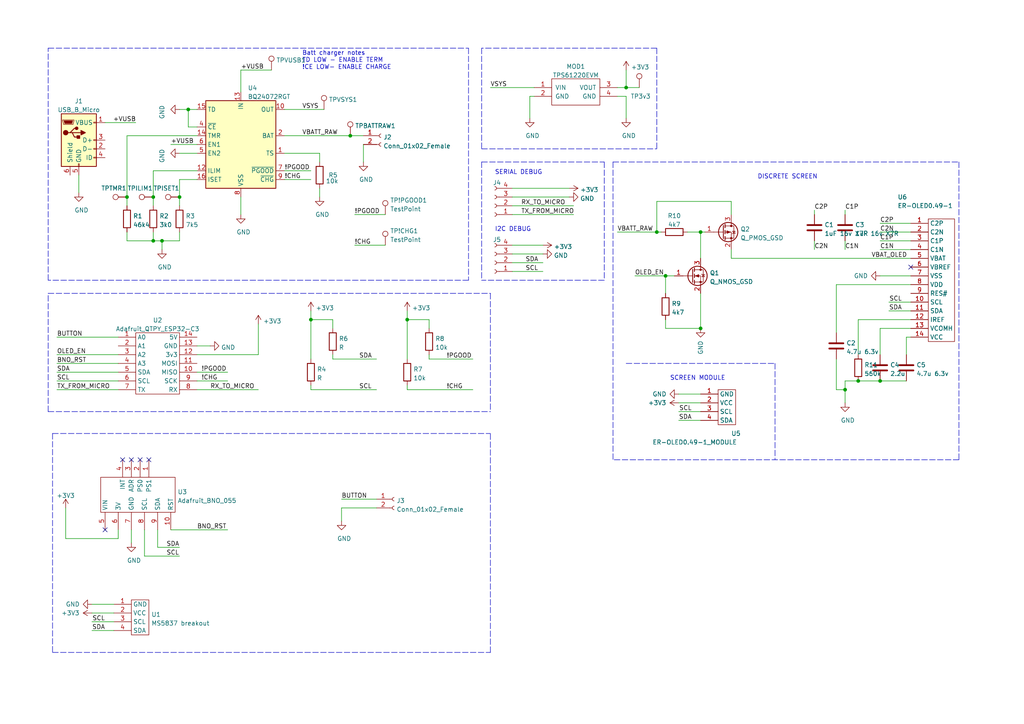
<source format=kicad_sch>
(kicad_sch (version 20211123) (generator eeschema)
  (paper "A4")
  (lib_symbols
    (symbol "Battery_Management:BQ24072RGT"
      (property "Reference" "U" (at -8.89 13.97 0))
      (property "Value" "BQ24072RGT" (at 16.51 13.97 0))
      (symbol "BQ24072RGT_0_1"
        (rectangle (start -10.16 12.7) (end 10.16 -12.7) (stroke (width 0.254)) (fill (type background)))
      )
      (symbol "BQ24072RGT_1_1"
        (pin passive line (at 12.7 -2.54 180) (length 2.54) (name "TS") (number "1"))
        (pin power_out line (at 12.7 10.16 180) (length 2.54) (name "OUT") (number "10"))
        (pin passive line (at 12.7 10.16 180) (length 2.54) hide (name "OUT") (number "11"))
        (pin passive line (at -12.7 -7.62 0) (length 2.54) (name "ILIM") (number "12"))
        (pin power_in line (at 0 15.24 270) (length 2.54) (name "IN") (number "13"))
        (pin input line (at -12.7 2.54 0) (length 2.54) (name "TMR") (number "14"))
        (pin input line (at -12.7 10.16 0) (length 2.54) (name "TD") (number "15"))
        (pin passive line (at -12.7 -10.16 0) (length 2.54) (name "ISET") (number "16"))
        (pin passive line (at 0 -15.24 90) (length 2.54) hide (name "VSS") (number "17"))
        (pin power_out line (at 12.7 2.54 180) (length 2.54) (name "BAT") (number "2"))
        (pin passive line (at 12.7 2.54 180) (length 2.54) hide (name "BAT") (number "3"))
        (pin input line (at -12.7 5.08 0) (length 2.54) (name "~{CE}") (number "4"))
        (pin input line (at -12.7 -2.54 0) (length 2.54) (name "EN2") (number "5"))
        (pin input line (at -12.7 0 0) (length 2.54) (name "EN1") (number "6"))
        (pin open_collector line (at 12.7 -7.62 180) (length 2.54) (name "~{PGOOD}") (number "7"))
        (pin power_in line (at 0 -15.24 90) (length 2.54) (name "VSS") (number "8"))
        (pin open_collector line (at 12.7 -10.16 180) (length 2.54) (name "~{CHG}") (number "9"))
      )
    )
    (symbol "Connector:Conn_01x02_Female" (pin_names (offset 1.016) hide)
      (property "Reference" "J" (at 0 2.54 0))
      (property "Value" "Conn_01x02_Female" (at 0 -5.08 0))
      (symbol "Conn_01x02_Female_1_1"
        (arc (start 0 -2.032) (mid -0.508 -2.54) (end 0 -3.048) (stroke (width 0.1524)))
        (polyline (pts (xy -1.27 -2.54) (xy -0.508 -2.54)) (stroke (width 0.1524)))
        (polyline (pts (xy -1.27 0) (xy -0.508 0)) (stroke (width 0.1524)))
        (arc (start 0 0.508) (mid -0.508 0) (end 0 -0.508) (stroke (width 0.1524)))
        (pin passive line (at -5.08 0 0) (length 3.81) (name "Pin_1") (number "1"))
        (pin passive line (at -5.08 -2.54 0) (length 3.81) (name "Pin_2") (number "2"))
      )
    )
    (symbol "Connector:Conn_01x04_Female" (pin_names (offset 1.016) hide)
      (property "Reference" "J" (at 0 5.08 0))
      (property "Value" "Conn_01x04_Female" (at 0 -7.62 0))
      (symbol "Conn_01x04_Female_1_1"
        (arc (start 0 -4.572) (mid -0.508 -5.08) (end 0 -5.588) (stroke (width 0.1524)))
        (arc (start 0 -2.032) (mid -0.508 -2.54) (end 0 -3.048) (stroke (width 0.1524)))
        (polyline (pts (xy -1.27 -5.08) (xy -0.508 -5.08)) (stroke (width 0.1524)))
        (polyline (pts (xy -1.27 -2.54) (xy -0.508 -2.54)) (stroke (width 0.1524)))
        (polyline (pts (xy -1.27 0) (xy -0.508 0)) (stroke (width 0.1524)))
        (polyline (pts (xy -1.27 2.54) (xy -0.508 2.54)) (stroke (width 0.1524)))
        (arc (start 0 0.508) (mid -0.508 0) (end 0 -0.508) (stroke (width 0.1524)))
        (arc (start 0 3.048) (mid -0.508 2.54) (end 0 2.032) (stroke (width 0.1524)))
        (pin passive line (at -5.08 2.54 0) (length 3.81) (name "Pin_1") (number "1"))
        (pin passive line (at -5.08 0 0) (length 3.81) (name "Pin_2") (number "2"))
        (pin passive line (at -5.08 -2.54 0) (length 3.81) (name "Pin_3") (number "3"))
        (pin passive line (at -5.08 -5.08 0) (length 3.81) (name "Pin_4") (number "4"))
      )
    )
    (symbol "Connector:TestPoint" (pin_numbers hide) (pin_names (offset 0.762) hide)
      (property "Reference" "TP" (at 0 6.858 0))
      (property "Value" "TestPoint" (at 0 5.08 0))
      (symbol "TestPoint_0_1"
        (circle (center 0 3.302) (radius 0.762))
      )
      (symbol "TestPoint_1_1"
        (pin passive line (at 0 0 90) (length 2.54) (name "1") (number "1"))
      )
    )
    (symbol "Connector:USB_B_Micro" (pin_names (offset 1.016))
      (property "Reference" "J" (at -5.08 11.43 0))
      (property "Value" "USB_B_Micro" (at -5.08 8.89 0))
      (symbol "USB_B_Micro_0_1"
        (rectangle (start -5.08 -7.62) (end 5.08 7.62) (stroke (width 0.254)) (fill (type background)))
        (circle (center -3.81 2.159) (radius 0.635) (stroke (width 0.254)) (fill (type outline)))
        (circle (center -0.635 3.429) (radius 0.381) (stroke (width 0.254)) (fill (type outline)))
        (rectangle (start -0.127 -7.62) (end 0.127 -6.858))
        (polyline (pts (xy -1.905 2.159) (xy 0.635 2.159)) (stroke (width 0.254)))
        (polyline (pts (xy -3.175 2.159) (xy -2.54 2.159) (xy -1.27 3.429) (xy -0.635 3.429)) (stroke (width 0.254)))
        (polyline (pts (xy -2.54 2.159) (xy -1.905 2.159) (xy -1.27 0.889) (xy 0 0.889)) (stroke (width 0.254)))
        (polyline (pts (xy 0.635 2.794) (xy 0.635 1.524) (xy 1.905 2.159) (xy 0.635 2.794)) (stroke (width 0.254)) (fill (type outline)))
        (polyline (pts (xy -4.318 5.588) (xy -1.778 5.588) (xy -2.032 4.826) (xy -4.064 4.826) (xy -4.318 5.588)) (fill (type outline)))
        (polyline (pts (xy -4.699 5.842) (xy -4.699 5.588) (xy -4.445 4.826) (xy -4.445 4.572) (xy -1.651 4.572) (xy -1.651 4.826) (xy -1.397 5.588) (xy -1.397 5.842) (xy -4.699 5.842)))
        (rectangle (start 0.254 1.27) (end -0.508 0.508) (stroke (width 0.254)) (fill (type outline)))
        (rectangle (start 5.08 -5.207) (end 4.318 -4.953))
        (rectangle (start 5.08 -2.667) (end 4.318 -2.413))
        (rectangle (start 5.08 -0.127) (end 4.318 0.127))
        (rectangle (start 5.08 4.953) (end 4.318 5.207))
      )
      (symbol "USB_B_Micro_1_1"
        (pin power_out line (at 7.62 5.08 180) (length 2.54) (name "VBUS") (number "1"))
        (pin bidirectional line (at 7.62 -2.54 180) (length 2.54) (name "D-") (number "2"))
        (pin bidirectional line (at 7.62 0 180) (length 2.54) (name "D+") (number "3"))
        (pin passive line (at 7.62 -5.08 180) (length 2.54) (name "ID") (number "4"))
        (pin power_out line (at 0 -10.16 90) (length 2.54) (name "GND") (number "5"))
        (pin passive line (at -2.54 -10.16 90) (length 2.54) (name "Shield") (number "6"))
      )
    )
    (symbol "DevBoards:Adafruit_BNO_055"
      (property "Reference" "U" (at -7.62 3.81 0))
      (property "Value" "Adafruit_BNO_055" (at 0 6.35 0))
      (symbol "Adafruit_BNO_055_0_0"
        (pin unspecified line (at -8.89 -5.08 270) (length 5.08) (name "PS1") (number "1"))
        (pin unspecified line (at -2.54 -25.4 90) (length 5.08) (name "RST") (number "10"))
        (pin unspecified line (at -11.43 -5.08 270) (length 5.08) (name "PS0") (number "2"))
        (pin unspecified line (at -13.97 -5.08 270) (length 5.08) (name "ADR") (number "3"))
        (pin unspecified line (at -16.51 -5.08 270) (length 5.08) (name "INT") (number "4"))
        (pin unspecified line (at -21.59 -25.4 90) (length 5.08) (name "VIN") (number "5"))
        (pin unspecified line (at -17.78 -25.4 90) (length 5.08) (name "3V") (number "6"))
        (pin unspecified line (at -13.97 -25.4 90) (length 5.08) (name "GND") (number "7"))
        (pin unspecified line (at -10.16 -25.4 90) (length 5.08) (name "SCL") (number "8"))
        (pin unspecified line (at -6.35 -25.4 90) (length 5.08) (name "SDA") (number "9"))
      )
      (symbol "Adafruit_BNO_055_0_1"
        (rectangle (start -22.86 -10.16) (end -1.27 -20.32) (stroke (width 0.1524)))
      )
    )
    (symbol "DevBoards:Adafruit_QTPY_ESP32-C3"
      (property "Reference" "U" (at -11.43 3.81 0))
      (property "Value" "Adafruit_QTPY_ESP32-C3" (at 0 6.35 0))
      (symbol "Adafruit_QTPY_ESP32-C3_0_0"
        (pin unspecified line (at -11.43 0 0) (length 5.08) (name "A0") (number "1"))
        (pin unspecified line (at 11.43 -10.16 180) (length 5.08) (name "MISO") (number "10"))
        (pin unspecified line (at 11.43 -7.62 180) (length 5.08) (name "MOSI") (number "11"))
        (pin unspecified line (at 11.43 -5.08 180) (length 5.08) (name "3v3") (number "12"))
        (pin unspecified line (at 11.43 -2.54 180) (length 5.08) (name "GND") (number "13"))
        (pin unspecified line (at 11.43 0 180) (length 5.08) (name "5V") (number "14"))
        (pin unspecified line (at -11.43 -2.54 0) (length 5.08) (name "A1") (number "2"))
        (pin unspecified line (at -11.43 -5.08 0) (length 5.08) (name "A2") (number "3"))
        (pin unspecified line (at -11.43 -7.62 0) (length 5.08) (name "A3") (number "4"))
        (pin unspecified line (at -11.43 -10.16 0) (length 5.08) (name "SDA") (number "5"))
        (pin unspecified line (at -11.43 -12.7 0) (length 5.08) (name "SCL") (number "6"))
        (pin unspecified line (at -11.43 -15.24 0) (length 5.08) (name "TX") (number "7"))
        (pin unspecified line (at 11.43 -15.24 180) (length 5.08) (name "RX") (number "8"))
        (pin unspecified line (at 11.43 -12.7 180) (length 5.08) (name "SCK") (number "9"))
      )
      (symbol "Adafruit_QTPY_ESP32-C3_0_1"
        (rectangle (start -6.35 1.27) (end 6.35 -16.51) (stroke (width 0.1524)))
      )
    )
    (symbol "DevBoards:ER-OLED0.49-1_MODULE"
      (property "Reference" "U" (at -11.43 3.175 0))
      (property "Value" "ER-OLED0.49-1_MODULE" (at 0 5.08 0))
      (symbol "ER-OLED0.49-1_MODULE_0_0"
        (pin unspecified line (at -3.81 -10.16 90) (length 5.08) (name "GND") (number "1"))
        (pin unspecified line (at -1.27 -10.16 90) (length 5.08) (name "VCC") (number "2"))
        (pin unspecified line (at 1.27 -10.16 90) (length 5.08) (name "SCL") (number "3"))
        (pin unspecified line (at 3.81 -10.16 90) (length 5.08) (name "SDA") (number "4"))
      )
      (symbol "ER-OLED0.49-1_MODULE_0_1"
        (rectangle (start -5.08 0) (end 5.08 -5.08) (stroke (width 0.1524)))
      )
    )
    (symbol "DevBoards:MS5837 breakout"
      (property "Reference" "U" (at -7.62 3.175 0))
      (property "Value" "MS5837 breakout" (at 0 5.08 0))
      (symbol "MS5837 breakout_0_0"
        (pin unspecified line (at -3.81 -10.16 90) (length 5.08) (name "GND") (number "1"))
        (pin unspecified line (at -1.27 -10.16 90) (length 5.08) (name "VCC") (number "2"))
        (pin unspecified line (at 1.27 -10.16 90) (length 5.08) (name "SCL") (number "3"))
        (pin unspecified line (at 3.81 -10.16 90) (length 5.08) (name "SDA") (number "4"))
      )
      (symbol "MS5837 breakout_0_1"
        (rectangle (start -5.08 0) (end 5.08 -5.08) (stroke (width 0.1524)))
      )
    )
    (symbol "Device:C" (pin_numbers hide) (pin_names (offset 0.254))
      (property "Reference" "C" (at 0.635 2.54 0))
      (property "Value" "C" (at 0.635 -2.54 0))
      (symbol "C_0_1"
        (polyline (pts (xy -2.032 -0.762) (xy 2.032 -0.762)) (stroke (width 0.508)))
        (polyline (pts (xy -2.032 0.762) (xy 2.032 0.762)) (stroke (width 0.508)))
      )
      (symbol "C_1_1"
        (pin passive line (at 0 3.81 270) (length 2.794) (name "~") (number "1"))
        (pin passive line (at 0 -3.81 90) (length 2.794) (name "~") (number "2"))
      )
    )
    (symbol "Device:Q_NMOS_GSD" (pin_names (offset 0) hide)
      (property "Reference" "Q" (at 5.08 1.27 0))
      (property "Value" "Q_NMOS_GSD" (at 5.08 -1.27 0))
      (symbol "Q_NMOS_GSD_0_1"
        (polyline (pts (xy 0.254 0) (xy -2.54 0)))
        (polyline (pts (xy 0.254 1.905) (xy 0.254 -1.905)) (stroke (width 0.254)))
        (polyline (pts (xy 0.762 -1.27) (xy 0.762 -2.286)) (stroke (width 0.254)))
        (polyline (pts (xy 0.762 0.508) (xy 0.762 -0.508)) (stroke (width 0.254)))
        (polyline (pts (xy 0.762 2.286) (xy 0.762 1.27)) (stroke (width 0.254)))
        (polyline (pts (xy 2.54 2.54) (xy 2.54 1.778)))
        (polyline (pts (xy 2.54 -2.54) (xy 2.54 0) (xy 0.762 0)))
        (polyline (pts (xy 0.762 -1.778) (xy 3.302 -1.778) (xy 3.302 1.778) (xy 0.762 1.778)))
        (polyline (pts (xy 1.016 0) (xy 2.032 0.381) (xy 2.032 -0.381) (xy 1.016 0)) (fill (type outline)))
        (polyline (pts (xy 2.794 0.508) (xy 2.921 0.381) (xy 3.683 0.381) (xy 3.81 0.254)))
        (polyline (pts (xy 3.302 0.381) (xy 2.921 -0.254) (xy 3.683 -0.254) (xy 3.302 0.381)))
        (circle (center 1.651 0) (radius 2.794) (stroke (width 0.254)))
        (circle (center 2.54 -1.778) (radius 0.254) (fill (type outline)))
        (circle (center 2.54 1.778) (radius 0.254) (fill (type outline)))
      )
      (symbol "Q_NMOS_GSD_1_1"
        (pin input line (at -5.08 0 0) (length 2.54) (name "G") (number "1"))
        (pin passive line (at 2.54 -5.08 90) (length 2.54) (name "S") (number "2"))
        (pin passive line (at 2.54 5.08 270) (length 2.54) (name "D") (number "3"))
      )
    )
    (symbol "Device:Q_PMOS_GSD" (pin_names (offset 0) hide)
      (property "Reference" "Q" (at 5.08 1.27 0))
      (property "Value" "Q_PMOS_GSD" (at 5.08 -1.27 0))
      (symbol "Q_PMOS_GSD_0_1"
        (polyline (pts (xy 0.254 0) (xy -2.54 0)))
        (polyline (pts (xy 0.254 1.905) (xy 0.254 -1.905)) (stroke (width 0.254)))
        (polyline (pts (xy 0.762 -1.27) (xy 0.762 -2.286)) (stroke (width 0.254)))
        (polyline (pts (xy 0.762 0.508) (xy 0.762 -0.508)) (stroke (width 0.254)))
        (polyline (pts (xy 0.762 2.286) (xy 0.762 1.27)) (stroke (width 0.254)))
        (polyline (pts (xy 2.54 2.54) (xy 2.54 1.778)))
        (polyline (pts (xy 2.54 -2.54) (xy 2.54 0) (xy 0.762 0)))
        (polyline (pts (xy 0.762 1.778) (xy 3.302 1.778) (xy 3.302 -1.778) (xy 0.762 -1.778)))
        (polyline (pts (xy 2.286 0) (xy 1.27 0.381) (xy 1.27 -0.381) (xy 2.286 0)) (fill (type outline)))
        (polyline (pts (xy 2.794 -0.508) (xy 2.921 -0.381) (xy 3.683 -0.381) (xy 3.81 -0.254)))
        (polyline (pts (xy 3.302 -0.381) (xy 2.921 0.254) (xy 3.683 0.254) (xy 3.302 -0.381)))
        (circle (center 1.651 0) (radius 2.794) (stroke (width 0.254)))
        (circle (center 2.54 -1.778) (radius 0.254) (fill (type outline)))
        (circle (center 2.54 1.778) (radius 0.254) (fill (type outline)))
      )
      (symbol "Q_PMOS_GSD_1_1"
        (pin input line (at -5.08 0 0) (length 2.54) (name "G") (number "1"))
        (pin passive line (at 2.54 -5.08 90) (length 2.54) (name "S") (number "2"))
        (pin passive line (at 2.54 5.08 270) (length 2.54) (name "D") (number "3"))
      )
    )
    (symbol "Device:R" (pin_numbers hide) (pin_names (offset 0))
      (property "Reference" "R" (at 2.032 0 90))
      (property "Value" "R" (at 0 0 90))
      (symbol "R_0_1"
        (rectangle (start -1.016 -2.54) (end 1.016 2.54) (stroke (width 0.254)))
      )
      (symbol "R_1_1"
        (pin passive line (at 0 3.81 270) (length 1.27) (name "~") (number "1"))
        (pin passive line (at 0 -3.81 90) (length 1.27) (name "~") (number "2"))
      )
    )
    (symbol "Displays:ER-OLED0.49-1"
      (property "Reference" "U" (at 0 3.81 0))
      (property "Value" "ER-OLED0.49-1" (at 0 6.35 0))
      (symbol "ER-OLED0.49-1_0_0"
        (pin unspecified line (at -4.445 0 0) (length 5.08) (name "C2P") (number "1"))
        (pin unspecified line (at -4.445 -22.86 0) (length 5.08) (name "SCL") (number "10"))
        (pin unspecified line (at -4.445 -25.4 0) (length 5.08) (name "SDA") (number "11"))
        (pin unspecified line (at -4.445 -27.94 0) (length 5.08) (name "IREF") (number "12"))
        (pin unspecified line (at -4.445 -30.48 0) (length 5.08) (name "VCOMH") (number "13"))
        (pin unspecified line (at -4.445 -33.02 0) (length 5.08) (name "VCC") (number "14"))
        (pin unspecified line (at -4.445 -2.54 0) (length 5.08) (name "C2N") (number "2"))
        (pin unspecified line (at -4.445 -5.08 0) (length 5.08) (name "C1P") (number "3"))
        (pin unspecified line (at -4.445 -7.62 0) (length 5.08) (name "C1N") (number "4"))
        (pin unspecified line (at -4.445 -10.16 0) (length 5.08) (name "VBAT") (number "5"))
        (pin unspecified line (at -4.445 -12.7 0) (length 5.08) (name "VBREF") (number "6"))
        (pin unspecified line (at -4.445 -15.24 0) (length 5.08) (name "VSS") (number "7"))
        (pin unspecified line (at -4.445 -17.78 0) (length 5.08) (name "VDD") (number "8"))
        (pin unspecified line (at -4.445 -20.32 0) (length 5.08) (name "RES#") (number "9"))
      )
      (symbol "ER-OLED0.49-1_0_1"
        (rectangle (start 0.635 1.27) (end 8.255 -34.29) (stroke (width 0.1524)))
      )
    )
    (symbol "PO2lib:TPS61220EVM" (pin_names (offset 1.016))
      (property "Reference" "MOD" (at -6.35 5.08 0))
      (property "Value" "TPS61220EVM" (at -1.27 7.62 0))
      (symbol "TPS61220EVM_0_1"
        (rectangle (start -7.62 3.81) (end 6.35 -3.81))
      )
      (symbol "TPS61220EVM_1_1"
        (pin input line (at -12.7 1.27 0) (length 5.08) (name "VIN") (number "1"))
        (pin input line (at -12.7 -1.27 0) (length 5.08) (name "GND") (number "2"))
        (pin input line (at 11.43 1.27 180) (length 5.08) (name "VOUT") (number "3"))
        (pin input line (at 11.43 -1.27 180) (length 5.08) (name "GND") (number "4"))
      )
    )
    (symbol "power:+3V3" (power) (pin_names (offset 0))
      (property "Value" "+3V3" (at 0 3.556 0))
      (symbol "+3V3_0_1"
        (polyline (pts (xy -0.762 1.27) (xy 0 2.54)))
        (polyline (pts (xy 0 0) (xy 0 2.54)))
        (polyline (pts (xy 0 2.54) (xy 0.762 1.27)))
      )
      (symbol "+3V3_1_1"
        (pin power_in line (at 0 0 90) (length 0) hide (name "+3V3") (number "1"))
      )
    )
    (symbol "power:GND" (power) (pin_names (offset 0))
      (property "Value" "GND" (at 0 -3.81 0))
      (symbol "GND_0_1"
        (polyline (pts (xy 0 0) (xy 0 -1.27) (xy 1.27 -1.27) (xy 0 -2.54) (xy -1.27 -1.27) (xy 0 -1.27)))
      )
      (symbol "GND_1_1"
        (pin power_in line (at 0 0 270) (length 0) hide (name "GND") (number "1"))
      )
    )
  )
  (junction (at 245.11 113.03))
  (junction (at 44.45 69.85))
  (junction (at 118.11 92.71))
  (junction (at 52.07 57.15))
  (junction (at 190.5 67.31))
  (junction (at 54.61 31.75))
  (junction (at 193.04 80.01))
  (junction (at 203.2 67.31))
  (junction (at 181.61 25.4))
  (junction (at 44.45 57.15))
  (junction (at 101.6 39.37))
  (junction (at 203.2 95.25))
  (junction (at 90.17 92.71))
  (junction (at 46.99 69.85))
  (junction (at 36.83 57.15))
  (junction (at 248.92 110.49))
  (junction (at 255.27 110.49))
  (no_connect (at 264.16 77.47))
  (no_connect (at 38.1 133.35))
  (no_connect (at 40.64 133.35))
  (no_connect (at 43.18 133.35))
  (no_connect (at 35.56 133.35))
  (no_connect (at 30.48 153.67))
  (wire (pts (xy 36.83 69.85) (xy 44.45 69.85)))
  (polyline (pts (xy 135.89 13.97) (xy 135.89 81.28)))
  (polyline (pts (xy 278.13 46.99) (xy 278.13 133.35)))
  (wire (pts (xy 96.52 92.71) (xy 96.52 95.25)))
  (wire (pts (xy 212.09 62.23) (xy 212.09 58.42)))
  (wire (pts (xy 148.59 78.74) (xy 157.48 78.74)))
  (wire (pts (xy 185.42 25.4) (xy 181.61 25.4)))
  (wire (pts (xy 44.45 59.69) (xy 44.45 57.15)))
  (wire (pts (xy 212.09 72.39) (xy 212.09 74.93)))
  (wire (pts (xy 242.57 104.14) (xy 242.57 113.03)))
  (wire (pts (xy 153.67 27.94) (xy 154.94 27.94)))
  (wire (pts (xy 153.67 34.29) (xy 153.67 27.94)))
  (wire (pts (xy 193.04 85.09) (xy 193.04 80.01)))
  (wire (pts (xy 148.59 54.61) (xy 165.1 54.61)))
  (wire (pts (xy 264.16 64.77) (xy 255.27 64.77)))
  (wire (pts (xy 57.15 100.33) (xy 60.96 100.33)))
  (wire (pts (xy 193.04 95.25) (xy 203.2 95.25)))
  (wire (pts (xy 90.17 113.03) (xy 90.17 111.76)))
  (polyline (pts (xy 139.7 46.99) (xy 139.7 81.28)))
  (polyline (pts (xy 181.61 105.41) (xy 224.79 105.41)))
  (wire (pts (xy 57.15 113.03) (xy 74.93 113.03)))
  (wire (pts (xy 248.92 92.71) (xy 264.16 92.71)))
  (polyline (pts (xy 278.13 133.35) (xy 177.8 133.35)))
  (polyline (pts (xy 177.8 46.99) (xy 177.8 133.35)))
  (wire (pts (xy 148.59 62.23) (xy 166.37 62.23)))
  (polyline (pts (xy 13.97 81.28) (xy 13.97 13.97)))
  (wire (pts (xy 54.61 36.83) (xy 54.61 31.75)))
  (wire (pts (xy 36.83 67.31) (xy 36.83 69.85)))
  (wire (pts (xy 49.53 153.67) (xy 66.04 153.67)))
  (wire (pts (xy 82.55 44.45) (xy 92.71 44.45)))
  (wire (pts (xy 248.92 110.49) (xy 255.27 110.49)))
  (polyline (pts (xy 142.24 85.09) (xy 142.24 119.38)))
  (wire (pts (xy 82.55 39.37) (xy 101.6 39.37)))
  (wire (pts (xy 118.11 92.71) (xy 118.11 104.14)))
  (wire (pts (xy 52.07 52.07) (xy 57.15 52.07)))
  (wire (pts (xy 69.85 62.23) (xy 69.85 57.15)))
  (wire (pts (xy 33.02 177.8) (xy 26.67 177.8)))
  (polyline (pts (xy 224.79 105.41) (xy 224.79 133.35)))
  (wire (pts (xy 124.46 102.87) (xy 124.46 104.14)))
  (wire (pts (xy 90.17 113.03) (xy 109.22 113.03)))
  (wire (pts (xy 212.09 58.42) (xy 190.5 58.42)))
  (wire (pts (xy 248.92 102.87) (xy 248.92 92.71)))
  (wire (pts (xy 92.71 44.45) (xy 92.71 46.99)))
  (polyline (pts (xy 175.26 46.99) (xy 175.26 81.28)))
  (wire (pts (xy 69.85 26.67) (xy 69.85 20.32)))
  (wire (pts (xy 19.05 147.32) (xy 19.05 156.21)))
  (wire (pts (xy 181.61 20.32) (xy 181.61 25.4)))
  (wire (pts (xy 99.06 147.32) (xy 109.22 147.32)))
  (wire (pts (xy 181.61 27.94) (xy 181.61 34.29)))
  (wire (pts (xy 245.11 62.23) (xy 245.11 60.96)))
  (wire (pts (xy 36.83 39.37) (xy 57.15 39.37)))
  (wire (pts (xy 90.17 92.71) (xy 96.52 92.71)))
  (wire (pts (xy 105.41 46.99) (xy 105.41 41.91)))
  (wire (pts (xy 203.2 67.31) (xy 204.47 67.31)))
  (wire (pts (xy 82.55 49.53) (xy 90.17 49.53)))
  (wire (pts (xy 124.46 92.71) (xy 124.46 95.25)))
  (polyline (pts (xy 139.7 13.97) (xy 139.7 43.18)))
  (wire (pts (xy 44.45 69.85) (xy 46.99 69.85)))
  (wire (pts (xy 255.27 95.25) (xy 255.27 102.87)))
  (wire (pts (xy 196.85 119.38) (xy 203.2 119.38)))
  (wire (pts (xy 26.67 175.26) (xy 33.02 175.26)))
  (polyline (pts (xy 190.5 13.97) (xy 139.7 13.97)))
  (wire (pts (xy 148.59 71.12) (xy 157.48 71.12)))
  (polyline (pts (xy 15.24 189.23) (xy 142.24 189.23)))
  (wire (pts (xy 36.83 39.37) (xy 36.83 57.15)))
  (wire (pts (xy 118.11 90.17) (xy 118.11 92.71)))
  (wire (pts (xy 41.91 161.29) (xy 52.07 161.29)))
  (wire (pts (xy 57.15 107.95) (xy 66.04 107.95)))
  (wire (pts (xy 118.11 113.03) (xy 137.16 113.03)))
  (wire (pts (xy 142.24 25.4) (xy 154.94 25.4)))
  (wire (pts (xy 157.48 73.66) (xy 148.59 73.66)))
  (wire (pts (xy 262.89 97.79) (xy 264.16 97.79)))
  (polyline (pts (xy 177.8 46.99) (xy 278.13 46.99)))
  (wire (pts (xy 90.17 52.07) (xy 82.55 52.07)))
  (wire (pts (xy 203.2 95.25) (xy 203.2 85.09)))
  (polyline (pts (xy 190.5 13.97) (xy 190.5 43.18)))
  (polyline (pts (xy 175.26 81.28) (xy 139.7 81.28)))
  (wire (pts (xy 190.5 67.31) (xy 191.77 67.31)))
  (wire (pts (xy 16.51 105.41) (xy 34.29 105.41)))
  (wire (pts (xy 101.6 39.37) (xy 105.41 39.37)))
  (polyline (pts (xy 15.24 125.73) (xy 15.24 189.23)))
  (wire (pts (xy 184.15 80.01) (xy 193.04 80.01)))
  (polyline (pts (xy 139.7 46.99) (xy 175.26 46.99)))
  (wire (pts (xy 16.51 107.95) (xy 34.29 107.95)))
  (wire (pts (xy 262.89 102.87) (xy 262.89 97.79)))
  (wire (pts (xy 118.11 113.03) (xy 118.11 111.76)))
  (wire (pts (xy 36.83 59.69) (xy 36.83 57.15)))
  (wire (pts (xy 52.07 57.15) (xy 52.07 52.07)))
  (wire (pts (xy 102.87 62.23) (xy 111.76 62.23)))
  (wire (pts (xy 236.22 60.96) (xy 236.22 62.23)))
  (wire (pts (xy 96.52 104.14) (xy 109.22 104.14)))
  (wire (pts (xy 46.99 72.39) (xy 46.99 69.85)))
  (wire (pts (xy 199.39 67.31) (xy 203.2 67.31)))
  (wire (pts (xy 99.06 151.13) (xy 99.06 147.32)))
  (wire (pts (xy 242.57 82.55) (xy 242.57 96.52)))
  (wire (pts (xy 52.07 69.85) (xy 52.07 67.31)))
  (wire (pts (xy 34.29 102.87) (xy 16.51 102.87)))
  (wire (pts (xy 203.2 116.84) (xy 196.85 116.84)))
  (wire (pts (xy 74.93 93.98) (xy 74.93 102.87)))
  (polyline (pts (xy 15.24 125.73) (xy 142.24 125.73)))
  (wire (pts (xy 45.72 158.75) (xy 52.07 158.75)))
  (wire (pts (xy 44.45 49.53) (xy 44.45 57.15)))
  (wire (pts (xy 203.2 74.93) (xy 203.2 67.31)))
  (wire (pts (xy 264.16 80.01) (xy 255.27 80.01)))
  (wire (pts (xy 99.06 144.78) (xy 109.22 144.78)))
  (wire (pts (xy 52.07 59.69) (xy 52.07 57.15)))
  (wire (pts (xy 264.16 69.85) (xy 255.27 69.85)))
  (wire (pts (xy 49.53 41.91) (xy 57.15 41.91)))
  (polyline (pts (xy 13.97 119.38) (xy 13.97 85.09)))
  (polyline (pts (xy 142.24 189.23) (xy 142.24 125.73)))
  (wire (pts (xy 45.72 153.67) (xy 45.72 158.75)))
  (wire (pts (xy 118.11 92.71) (xy 124.46 92.71)))
  (wire (pts (xy 92.71 57.15) (xy 92.71 54.61)))
  (wire (pts (xy 26.67 182.88) (xy 33.02 182.88)))
  (wire (pts (xy 82.55 31.75) (xy 93.98 31.75)))
  (wire (pts (xy 22.86 55.88) (xy 22.86 50.8)))
  (wire (pts (xy 255.27 110.49) (xy 262.89 110.49)))
  (polyline (pts (xy 135.89 81.28) (xy 13.97 81.28)))
  (wire (pts (xy 34.29 156.21) (xy 34.29 153.67)))
  (wire (pts (xy 264.16 95.25) (xy 255.27 95.25)))
  (wire (pts (xy 30.48 35.56) (xy 39.37 35.56)))
  (wire (pts (xy 245.11 113.03) (xy 245.11 110.49)))
  (wire (pts (xy 124.46 104.14) (xy 137.16 104.14)))
  (polyline (pts (xy 13.97 119.38) (xy 142.24 119.38)))
  (wire (pts (xy 26.67 180.34) (xy 33.02 180.34)))
  (wire (pts (xy 193.04 80.01) (xy 195.58 80.01)))
  (wire (pts (xy 52.07 31.75) (xy 54.61 31.75)))
  (wire (pts (xy 257.81 90.17) (xy 264.16 90.17)))
  (wire (pts (xy 38.1 157.48) (xy 38.1 153.67)))
  (wire (pts (xy 165.1 57.15) (xy 148.59 57.15)))
  (wire (pts (xy 148.59 59.69) (xy 166.37 59.69)))
  (wire (pts (xy 90.17 90.17) (xy 90.17 92.71)))
  (wire (pts (xy 196.85 121.92) (xy 203.2 121.92)))
  (wire (pts (xy 44.45 67.31) (xy 44.45 69.85)))
  (wire (pts (xy 242.57 113.03) (xy 245.11 113.03)))
  (wire (pts (xy 245.11 72.39) (xy 245.11 69.85)))
  (polyline (pts (xy 139.7 43.18) (xy 190.5 43.18)))
  (polyline (pts (xy 13.97 85.09) (xy 142.24 85.09)))
  (wire (pts (xy 148.59 76.2) (xy 157.48 76.2)))
  (wire (pts (xy 16.51 113.03) (xy 34.29 113.03)))
  (polyline (pts (xy 13.97 13.97) (xy 135.89 13.97)))
  (wire (pts (xy 245.11 116.84) (xy 245.11 113.03)))
  (wire (pts (xy 54.61 31.75) (xy 57.15 31.75)))
  (wire (pts (xy 179.07 67.31) (xy 190.5 67.31)))
  (wire (pts (xy 96.52 102.87) (xy 96.52 104.14)))
  (wire (pts (xy 264.16 82.55) (xy 242.57 82.55)))
  (wire (pts (xy 34.29 110.49) (xy 16.51 110.49)))
  (wire (pts (xy 245.11 110.49) (xy 248.92 110.49)))
  (wire (pts (xy 212.09 74.93) (xy 264.16 74.93)))
  (wire (pts (xy 57.15 36.83) (xy 54.61 36.83)))
  (wire (pts (xy 236.22 72.39) (xy 236.22 69.85)))
  (wire (pts (xy 257.81 87.63) (xy 264.16 87.63)))
  (wire (pts (xy 69.85 20.32) (xy 78.74 20.32)))
  (wire (pts (xy 179.07 27.94) (xy 181.61 27.94)))
  (wire (pts (xy 46.99 69.85) (xy 52.07 69.85)))
  (wire (pts (xy 52.07 44.45) (xy 57.15 44.45)))
  (wire (pts (xy 16.51 97.79) (xy 34.29 97.79)))
  (wire (pts (xy 193.04 92.71) (xy 193.04 95.25)))
  (wire (pts (xy 57.15 110.49) (xy 66.04 110.49)))
  (wire (pts (xy 190.5 58.42) (xy 190.5 67.31)))
  (wire (pts (xy 41.91 153.67) (xy 41.91 161.29)))
  (wire (pts (xy 102.87 71.12) (xy 111.76 71.12)))
  (wire (pts (xy 181.61 25.4) (xy 179.07 25.4)))
  (wire (pts (xy 44.45 49.53) (xy 57.15 49.53)))
  (wire (pts (xy 255.27 72.39) (xy 264.16 72.39)))
  (wire (pts (xy 19.05 156.21) (xy 34.29 156.21)))
  (wire (pts (xy 196.85 114.3) (xy 203.2 114.3)))
  (wire (pts (xy 74.93 102.87) (xy 57.15 102.87)))
  (wire (pts (xy 264.16 67.31) (xy 255.27 67.31)))
  (wire (pts (xy 90.17 92.71) (xy 90.17 104.14)))
  (text "SCREEN MODULE" (at 194.31 110.49 0) (effects (font (size 1.27 1.27)) (justify left bottom)))
  (text "Batt charger notes\nTD LOW - ENABLE TERM\n!CE LOW- ENABLE CHARGE\n" (at 87.63 20.32 0) (effects (font (size 1.27 1.27)) (justify left bottom)))
  (text "SERIAL DEBUG" (at 143.51 50.8 0) (effects (font (size 1.27 1.27)) (justify left bottom)))
  (text "I2C DEBUG" (at 143.51 67.31 0) (effects (font (size 1.27 1.27)) (justify left bottom)))
  (text "DISCRETE SCREEN" (at 219.71 52.07 0) (effects (font (size 1.27 1.27)) (justify left bottom)))
  (label "C1N" (at 245.11 72.39 0))
  (label "OLED_EN" (at 16.51 102.87 0))
  (label "SDA" (at 48.26 158.75 0))
  (label "C1P" (at 255.27 69.85 0))
  (label "VSYS" (at 142.24 25.4 0))
  (label "SCL" (at 104.14 113.03 0))
  (label "C2P" (at 255.27 64.77 0))
  (label "RX_TO_MICRO" (at 151.13 59.69 0))
  (label "C2N" (at 236.22 72.39 0))
  (label "!PGOOD" (at 102.87 62.23 0))
  (label "VBATT_RAW" (at 87.63 39.37 0))
  (label "TX_FROM_MICRO" (at 16.51 113.03 0))
  (label "VBATT_RAW" (at 179.07 67.31 0))
  (label "SDA" (at 16.51 107.95 0))
  (label "!CHG" (at 129.54 113.03 0))
  (label "!CHG" (at 82.55 52.07 0))
  (label "VBAT_OLED" (at 252.73 74.93 0))
  (label "+VUSB" (at 69.85 20.32 0))
  (label "SCL" (at 30.48 180.34 180))
  (label "SCL" (at 16.51 110.49 0))
  (label "SDA" (at 261.62 90.17 180))
  (label "RX_TO_MICRO" (at 60.96 113.03 0))
  (label "SCL" (at 261.62 87.63 180))
  (label "SCL" (at 48.26 161.29 0))
  (label "BUTTON" (at 16.51 97.79 0))
  (label "!PGOOD" (at 82.55 49.53 0))
  (label "+VUSB" (at 32.766 35.56 0))
  (label "SCL" (at 200.66 119.38 180))
  (label "!CHG" (at 102.87 71.12 0))
  (label "VSYS" (at 87.63 31.75 0))
  (label "SDA" (at 200.66 121.92 180))
  (label "!PGOOD" (at 129.54 104.14 0))
  (label "SDA" (at 152.4 76.2 0))
  (label "!PGOOD" (at 58.42 107.95 0))
  (label "OLED_EN" (at 184.15 80.01 0))
  (label "C2N" (at 255.27 67.31 0))
  (label "SDA" (at 104.14 104.14 0))
  (label "C1P" (at 245.11 60.96 0))
  (label "BUTTON" (at 99.06 144.78 0))
  (label "C1N" (at 255.27 72.39 0))
  (label "SCL" (at 152.4 78.74 0))
  (label "TX_FROM_MICRO" (at 151.13 62.23 0))
  (label "+VUSB" (at 49.53 41.91 0))
  (label "BNO_RST" (at 57.15 153.67 0))
  (label "!CHG" (at 58.42 110.49 0))
  (label "BNO_RST" (at 16.51 105.41 0))
  (label "C2P" (at 236.22 60.96 0))
  (label "SDA" (at 30.48 182.88 180))
  (symbol (lib_id "DevBoards:Adafruit_QTPY_ESP32-C3") (at 45.72 97.79 0) (unit 1)
    (property "Reference" "U2" (at 45.72 92.871 0))
    (property "Value" "Adafruit_QTPY_ESP32-C3" (at 45.72 95.4079 0))
    (property "Footprint" "DevBoards:QTPY ESP32 C3" (effects hide))
  )
  (symbol (lib_id "power:+3V3") (at 26.67 177.8 90) (unit 1)
    (property "Reference" "#PWR0114" (effects hide))
    (property "Value" "+3V3" (at 17.78 177.8 90) (effects (justify right)))
  )
  (symbol (lib_id "Device:R") (at 248.92 106.68 0) (unit 1)
    (property "Reference" "R11" (at 250.698 105.8453 0) (effects (justify left)))
    (property "Value" "560k" (at 250.698 108.3822 0) (effects (justify left)))
    (property "Footprint" "Resistor_SMD:R_0805_2012Metric_Pad1.20x1.40mm_HandSolder" (effects hide))
  )
  (symbol (lib_id "Device:R") (at 193.04 88.9 180) (unit 1)
    (property "Reference" "R9" (at 194.818 88.0653 0) (effects (justify right)))
    (property "Value" "4k7" (at 194.818 90.6022 0) (effects (justify right)))
    (property "Footprint" "Resistor_SMD:R_0805_2012Metric_Pad1.20x1.40mm_HandSolder" (effects hide))
  )
  (symbol (lib_id "Device:R") (at 36.83 63.5 180) (unit 1)
    (property "Reference" "R1" (at 38.608 62.6653 0) (effects (justify right)))
    (property "Value" "46k4" (at 38.608 65.2022 0) (effects (justify right)))
    (property "Footprint" "Resistor_SMD:R_0805_2012Metric_Pad1.20x1.40mm_HandSolder" (effects hide))
  )
  (symbol (lib_id "Connector:Conn_01x02_Female") (at 110.49 39.37 0) (unit 1)
    (property "Reference" "J2" (at 111.2012 39.8053 0) (effects (justify left)))
    (property "Value" "Conn_01x02_Female" (at 111.2012 42.3422 0) (effects (justify left)))
    (property "Footprint" "Connector_PinHeader_2.54mm:PinHeader_1x02_P2.54mm_Vertical" (effects hide))
  )
  (symbol (lib_id "power:GND") (at 181.61 34.29 0) (unit 1)
    (property "Reference" "#PWR0119" (effects hide))
    (property "Value" "GND" (at 180.34 39.37 0) (effects (justify left)))
  )
  (symbol (lib_id "Connector:TestPoint") (at 185.42 25.4 0) (unit 1)
    (property "Reference" "TP3v3" (at 182.88 27.94 0) (effects (justify left)))
    (property "Value" "TestPoint" (effects hide))
    (property "Footprint" "TestPoint:TestPoint_Keystone_5000-5004_Miniature" (effects hide))
  )
  (symbol (lib_id "Device:C") (at 262.89 106.68 0) (unit 1)
    (property "Reference" "C5" (at 265.811 105.8453 0) (effects (justify left)))
    (property "Value" "4.7u 6.3v" (at 265.811 108.3822 0) (effects (justify left)))
    (property "Footprint" "Capacitor_SMD:C_0805_2012Metric_Pad1.18x1.45mm_HandSolder" (effects hide))
  )
  (symbol (lib_id "power:GND") (at 46.99 72.39 0) (unit 1)
    (property "Reference" "#PWR0101" (effects hide))
    (property "Value" "GND" (at 45.72 77.47 0) (effects (justify left)))
  )
  (symbol (lib_id "Connector:Conn_01x04_Female") (at 143.51 76.2 180) (unit 1)
    (property "Reference" "J5" (at 144.145 69.5 0))
    (property "Value" "Conn_01x04_Female" (effects hide))
    (property "Footprint" "Connector_PinHeader_2.54mm:PinHeader_1x04_P2.54mm_Vertical" (effects hide))
  )
  (symbol (lib_id "Connector:TestPoint") (at 111.76 71.12 0) (unit 1)
    (property "Reference" "TP!CHG1" (at 113.157 66.9833 0) (effects (justify left)))
    (property "Value" "TestPoint" (at 113.157 69.5202 0) (effects (justify left)))
    (property "Footprint" "TestPoint:TestPoint_Keystone_5000-5004_Miniature" (effects hide))
  )
  (symbol (lib_id "power:GND") (at 157.48 73.66 90) (unit 1)
    (property "Reference" "#PWR0127" (effects hide))
    (property "Value" "GND" (at 160.655 74.0938 90) (effects (justify right)))
  )
  (symbol (lib_id "Device:R") (at 90.17 107.95 0) (unit 1)
    (property "Reference" "R4" (at 91.948 107.1153 0) (effects (justify left)))
    (property "Value" "R" (at 91.948 109.6522 0) (effects (justify left)))
    (property "Footprint" "Resistor_SMD:R_0805_2012Metric_Pad1.20x1.40mm_HandSolder" (effects hide))
  )
  (symbol (lib_id "Device:C") (at 245.11 66.04 0) (unit 1)
    (property "Reference" "C3" (at 248.031 65.2053 0) (effects (justify left)))
    (property "Value" "1uF 16v X7R" (at 248.031 67.7422 0) (effects (justify left)))
    (property "Footprint" "Capacitor_SMD:C_0805_2012Metric_Pad1.18x1.45mm_HandSolder" (effects hide))
  )
  (symbol (lib_id "Connector:TestPoint") (at 101.6 39.37 0) (unit 1)
    (property "Reference" "TPBATTRAW1" (at 102.997 36.5018 0) (effects (justify left)))
    (property "Value" "TestPoint" (effects hide))
    (property "Footprint" "TestPoint:TestPoint_Keystone_5000-5004_Miniature" (effects hide))
  )
  (symbol (lib_id "power:GND") (at 22.86 55.88 0) (unit 1)
    (property "Reference" "#PWR0103" (effects hide))
    (property "Value" "GND" (at 21.59 60.96 0) (effects (justify left)))
  )
  (symbol (lib_id "power:+3V3") (at 118.11 90.17 0) (unit 1)
    (property "Reference" "#PWR0111" (effects hide))
    (property "Value" "+3V3" (at 119.507 89.3338 0) (effects (justify left)))
  )
  (symbol (lib_id "Connector:TestPoint") (at 36.83 57.15 90) (unit 1)
    (property "Reference" "TPTMR1" (at 33.02 54.61 90))
    (property "Value" "TestPoint" (effects hide))
    (property "Footprint" "TestPoint:TestPoint_Keystone_5000-5004_Miniature" (effects hide))
  )
  (symbol (lib_id "Device:Q_PMOS_GSD") (at 209.55 67.31 0) (unit 1)
    (property "Reference" "Q2" (at 214.757 66.4753 0) (effects (justify left)))
    (property "Value" "Q_PMOS_GSD" (at 214.757 69.0122 0) (effects (justify left)))
    (property "Footprint" "Package_TO_SOT_SMD:SOT-23" (effects hide))
  )
  (symbol (lib_id "Connector:USB_B_Micro") (at 22.86 40.64 0) (unit 1)
    (property "Reference" "J1" (at 22.86 29.3202 0))
    (property "Value" "USB_B_Micro" (at 22.86 31.8571 0))
    (property "Footprint" "Connector_USB:USB_Micro-B_Amphenol_10118194_Horizontal" (effects hide))
  )
  (symbol (lib_id "Device:R") (at 118.11 107.95 0) (unit 1)
    (property "Reference" "R7" (at 119.888 107.1153 0) (effects (justify left)))
    (property "Value" "10k" (at 119.888 109.6522 0) (effects (justify left)))
    (property "Footprint" "Resistor_SMD:R_0805_2012Metric_Pad1.20x1.40mm_HandSolder" (effects hide))
  )
  (symbol (lib_id "power:+3V3") (at 165.1 54.61 270) (unit 1)
    (property "Reference" "#PWR0125" (effects hide))
    (property "Value" "+3V3" (at 168.275 55.0438 90) (effects (justify left)))
  )
  (symbol (lib_id "power:GND") (at 69.85 62.23 0) (unit 1)
    (property "Reference" "#PWR0105" (effects hide))
    (property "Value" "GND" (at 68.58 67.31 0) (effects (justify left)))
  )
  (symbol (lib_id "Device:R") (at 195.58 67.31 90) (unit 1)
    (property "Reference" "R10" (at 195.58 62.5942 90))
    (property "Value" "4k7" (at 195.58 65.1311 90))
    (property "Footprint" "Resistor_SMD:R_0805_2012Metric_Pad1.20x1.40mm_HandSolder" (effects hide))
  )
  (symbol (lib_id "power:+3V3") (at 196.85 116.84 90) (unit 1)
    (property "Reference" "#PWR0122" (effects hide))
    (property "Value" "+3V3" (at 187.96 116.84 90) (effects (justify right)))
  )
  (symbol (lib_id "Device:R") (at 44.45 63.5 180) (unit 1)
    (property "Reference" "R2" (at 46.228 62.6653 0) (effects (justify right)))
    (property "Value" "3k0" (at 46.228 65.2022 0) (effects (justify right)))
    (property "Footprint" "Resistor_SMD:R_0805_2012Metric_Pad1.20x1.40mm_HandSolder" (effects hide))
  )
  (symbol (lib_id "Connector:TestPoint") (at 111.76 62.23 0) (unit 1)
    (property "Reference" "TP!PGOOD1" (at 113.157 58.0933 0) (effects (justify left)))
    (property "Value" "TestPoint" (at 113.157 60.6302 0) (effects (justify left)))
    (property "Footprint" "TestPoint:TestPoint_Keystone_5000-5004_Miniature" (effects hide))
  )
  (symbol (lib_id "Connector:Conn_01x02_Female") (at 114.3 144.78 0) (unit 1)
    (property "Reference" "J3" (at 115.0112 145.2153 0) (effects (justify left)))
    (property "Value" "Conn_01x02_Female" (at 115.0112 147.7522 0) (effects (justify left)))
    (property "Footprint" "Connector_PinHeader_2.54mm:PinHeader_1x02_P2.54mm_Vertical" (effects hide))
  )
  (symbol (lib_id "power:GND") (at 105.41 46.99 0) (unit 1)
    (property "Reference" "#PWR0102" (effects hide))
    (property "Value" "GND" (at 104.14 52.07 0) (effects (justify left)))
  )
  (symbol (lib_id "power:+3V3") (at 19.05 147.32 0) (unit 1)
    (property "Reference" "#PWR0112" (effects hide))
    (property "Value" "+3V3" (at 19.05 143.7442 0))
  )
  (symbol (lib_id "Displays:ER-OLED0.49-1") (at 268.605 64.77 0) (unit 1)
    (property "Reference" "U6" (at 260.35 57.15 0) (effects (justify left)))
    (property "Value" "ER-OLED0.49-1" (at 260.35 59.6869 0) (effects (justify left)))
    (property "Footprint" "oled:ER OLED49.0" (effects hide))
  )
  (symbol (lib_id "Device:C") (at 255.27 106.68 0) (unit 1)
    (property "Reference" "C4" (at 258.191 105.8453 0) (effects (justify left)))
    (property "Value" "2.2u" (at 258.191 108.3822 0) (effects (justify left)))
    (property "Footprint" "Capacitor_SMD:C_0805_2012Metric_Pad1.18x1.45mm_HandSolder" (effects hide))
  )
  (symbol (lib_id "Connector:TestPoint") (at 78.74 20.32 0) (unit 1)
    (property "Reference" "TPVUSB1" (at 80.137 17.4518 0) (effects (justify left)))
    (property "Value" "TestPoint" (effects hide))
    (property "Footprint" "TestPoint:TestPoint_Keystone_5000-5004_Miniature" (effects hide))
  )
  (symbol (lib_id "power:GND") (at 52.07 44.45 270) (unit 1)
    (property "Reference" "#PWR0106" (effects hide))
    (property "Value" "GND" (at 46.99 43.18 0) (effects (justify left)))
  )
  (symbol (lib_id "power:GND") (at 38.1 157.48 0) (unit 1)
    (property "Reference" "#PWR0115" (effects hide))
    (property "Value" "GND" (at 36.83 162.56 0) (effects (justify left)))
  )
  (symbol (lib_id "power:GND") (at 92.71 57.15 0) (unit 1)
    (property "Reference" "#PWR0104" (effects hide))
    (property "Value" "GND" (at 91.44 62.23 0) (effects (justify left)))
  )
  (symbol (lib_id "power:GND") (at 203.2 95.25 0) (unit 1)
    (property "Reference" "#PWR0121" (effects hide))
    (property "Value" "GND" (at 203.2 102.87 90) (effects (justify left)))
  )
  (symbol (lib_id "DevBoards:Adafruit_BNO_055") (at 52.07 128.27 0) (unit 1)
    (property "Reference" "U3" (at 51.5112 142.6753 0) (effects (justify left)))
    (property "Value" "Adafruit_BNO_055" (at 51.5112 145.2122 0) (effects (justify left)))
    (property "Footprint" "DevBoards:Adafruit_BNO_055" (effects hide))
  )
  (symbol (lib_id "DevBoards:MS5837 breakout") (at 43.18 179.07 270) (unit 1)
    (property "Reference" "U1" (at 43.8912 178.2353 90) (effects (justify left)))
    (property "Value" "MS5837 breakout" (at 43.8912 180.7722 90) (effects (justify left)))
    (property "Footprint" "Connector_PinHeader_2.54mm:PinHeader_1x04_P2.54mm_Vertical" (effects hide))
  )
  (symbol (lib_id "Connector:Conn_01x04_Female") (at 143.51 59.69 180) (unit 1)
    (property "Reference" "J4" (at 144.145 52.99 0))
    (property "Value" "Conn_01x04_Female" (effects hide))
    (property "Footprint" "Connector_PinHeader_2.54mm:PinHeader_1x04_P2.54mm_Vertical" (effects hide))
  )
  (symbol (lib_id "Connector:TestPoint") (at 93.98 31.75 0) (unit 1)
    (property "Reference" "TPVSYS1" (at 95.377 28.8818 0) (effects (justify left)))
    (property "Value" "TestPoint" (effects hide))
    (property "Footprint" "TestPoint:TestPoint_Keystone_5000-5004_Miniature" (effects hide))
  )
  (symbol (lib_id "Device:R") (at 52.07 63.5 180) (unit 1)
    (property "Reference" "R3" (at 53.848 62.6653 0) (effects (justify right)))
    (property "Value" "7k5" (at 53.848 65.2022 0) (effects (justify right)))
    (property "Footprint" "Resistor_SMD:R_0805_2012Metric_Pad1.20x1.40mm_HandSolder" (effects hide))
  )
  (symbol (lib_id "power:GND") (at 245.11 116.84 0) (unit 1)
    (property "Reference" "#PWR0120" (effects hide))
    (property "Value" "GND" (at 243.84 121.92 0) (effects (justify left)))
  )
  (symbol (lib_id "Device:R") (at 92.71 50.8 180) (unit 1)
    (property "Reference" "R5" (at 95.25 50.8 0) (effects (justify right)))
    (property "Value" "10k" (at 94.488 52.5022 0) (effects (justify right)))
    (property "Footprint" "Resistor_SMD:R_0805_2012Metric_Pad1.20x1.40mm_HandSolder" (effects hide))
  )
  (symbol (lib_id "power:GND") (at 99.06 151.13 0) (unit 1)
    (property "Reference" "#PWR0116" (effects hide))
    (property "Value" "GND" (at 97.79 156.21 0) (effects (justify left)))
  )
  (symbol (lib_id "Connector:TestPoint") (at 44.45 57.15 90) (unit 1)
    (property "Reference" "TPILIM1" (at 40.64 54.61 90))
    (property "Value" "TestPoint" (effects hide))
    (property "Footprint" "TestPoint:TestPoint_Keystone_5000-5004_Miniature" (effects hide))
  )
  (symbol (lib_id "Device:R") (at 124.46 99.06 0) (unit 1)
    (property "Reference" "R8" (at 126.238 98.2253 0) (effects (justify left)))
    (property "Value" "10k" (at 126.238 100.7622 0) (effects (justify left)))
    (property "Footprint" "Resistor_SMD:R_0805_2012Metric_Pad1.20x1.40mm_HandSolder" (effects hide))
  )
  (symbol (lib_id "power:GND") (at 255.27 80.01 270) (unit 1)
    (property "Reference" "#PWR0128" (effects hide))
    (property "Value" "GND" (at 247.65 80.01 90) (effects (justify left)))
  )
  (symbol (lib_id "power:GND") (at 60.96 100.33 90) (unit 1)
    (property "Reference" "#PWR0108" (effects hide))
    (property "Value" "GND" (at 64.135 100.7638 90) (effects (justify right)))
  )
  (symbol (lib_id "power:GND") (at 165.1 57.15 90) (unit 1)
    (property "Reference" "#PWR0126" (effects hide))
    (property "Value" "GND" (at 168.275 57.5838 90) (effects (justify right)))
  )
  (symbol (lib_id "power:GND") (at 196.85 114.3 270) (unit 1)
    (property "Reference" "#PWR0123" (effects hide))
    (property "Value" "GND" (at 189.23 114.3 90) (effects (justify left)))
  )
  (symbol (lib_id "power:GND") (at 52.07 31.75 270) (unit 1)
    (property "Reference" "#PWR0107" (effects hide))
    (property "Value" "GND" (at 46.99 30.48 0) (effects (justify left)))
  )
  (symbol (lib_id "Device:Q_NMOS_GSD") (at 200.66 80.01 0) (unit 1)
    (property "Reference" "Q1" (at 205.867 79.1753 0) (effects (justify left)))
    (property "Value" "Q_NMOS_GSD" (at 205.867 81.7122 0) (effects (justify left)))
    (property "Footprint" "Package_TO_SOT_SMD:SOT-523" (effects hide))
  )
  (symbol (lib_id "PO2lib:TPS61220EVM") (at 167.64 26.67 0) (unit 1)
    (property "Reference" "MOD1" (at 167.005 19.2872 0))
    (property "Value" "TPS61220EVM" (at 167.005 21.8241 0))
    (property "Footprint" "po2:TPS51220EVM" (effects hide))
  )
  (symbol (lib_id "power:GND") (at 26.67 175.26 270) (unit 1)
    (property "Reference" "#PWR0113" (effects hide))
    (property "Value" "GND" (at 19.05 175.26 90) (effects (justify left)))
  )
  (symbol (lib_id "power:+3V3") (at 181.61 20.32 0) (unit 1)
    (property "Reference" "#PWR0118" (effects hide))
    (property "Value" "+3V3" (at 183.007 19.4838 0) (effects (justify left)))
  )
  (symbol (lib_id "Device:C") (at 242.57 100.33 0) (unit 1)
    (property "Reference" "C2" (at 245.491 99.4953 0) (effects (justify left)))
    (property "Value" "4.7u 6.3v" (at 245.491 102.0322 0) (effects (justify left)))
    (property "Footprint" "Capacitor_SMD:C_0805_2012Metric_Pad1.18x1.45mm_HandSolder" (effects hide))
  )
  (symbol (lib_id "power:+3V3") (at 74.93 93.98 0) (unit 1)
    (property "Reference" "#PWR0109" (effects hide))
    (property "Value" "+3V3" (at 76.327 93.1438 0) (effects (justify left)))
  )
  (symbol (lib_id "Battery_Management:BQ24072RGT") (at 69.85 41.91 0) (unit 1)
    (property "Reference" "U4" (at 71.8694 25.5102 0) (effects (justify left)))
    (property "Value" "BQ24072RGT" (at 71.8694 28.0471 0) (effects (justify left)))
    (property "Footprint" "Package_DFN_QFN:VQFN-16-1EP_3x3mm_P0.5mm_EP1.6x1.6mm" (effects hide))
    (property "Datasheet" "http://www.ti.com/lit/ds/symlink/bq24072.pdf" (effects hide))
  )
  (symbol (lib_id "Connector:TestPoint") (at 52.07 57.15 90) (unit 1)
    (property "Reference" "TPISET1" (at 48.26 54.61 90))
    (property "Value" "TestPoint" (effects hide))
    (property "Footprint" "TestPoint:TestPoint_Keystone_5000-5004_Miniature" (effects hide))
  )
  (symbol (lib_id "DevBoards:ER-OLED0.49-1_MODULE") (at 213.36 118.11 270) (unit 1)
    (property "Reference" "U5" (at 212.09 125.73 90) (effects (justify left)))
    (property "Value" "ER-OLED0.49-1_MODULE" (at 189.23 128.27 90) (effects (justify left)))
    (property "Footprint" "Connector_PinHeader_2.54mm:PinHeader_1x04_P2.54mm_Vertical" (effects hide))
  )
  (symbol (lib_id "power:+3V3") (at 90.17 90.17 0) (unit 1)
    (property "Reference" "#PWR0110" (effects hide))
    (property "Value" "+3V3" (at 91.567 89.3338 0) (effects (justify left)))
  )
  (symbol (lib_id "Device:C") (at 236.22 66.04 0) (unit 1)
    (property "Reference" "C1" (at 239.141 65.2053 0) (effects (justify left)))
    (property "Value" "1uF 16v X7R" (at 239.141 67.7422 0) (effects (justify left)))
    (property "Footprint" "Capacitor_SMD:C_0805_2012Metric_Pad1.18x1.45mm_HandSolder" (effects hide))
  )
  (symbol (lib_id "power:GND") (at 153.67 34.29 0) (unit 1)
    (property "Reference" "#PWR0117" (effects hide))
    (property "Value" "GND" (at 152.4 39.37 0) (effects (justify left)))
  )
  (symbol (lib_id "power:+3V3") (at 157.48 71.12 270) (unit 1)
    (property "Reference" "#PWR0124" (effects hide))
    (property "Value" "+3V3" (at 160.655 71.5538 90) (effects (justify left)))
  )
  (symbol (lib_id "Device:R") (at 96.52 99.06 0) (unit 1)
    (property "Reference" "R6" (at 98.298 98.2253 0) (effects (justify left)))
    (property "Value" "R" (at 98.298 100.7622 0) (effects (justify left)))
    (property "Footprint" "Resistor_SMD:R_0805_2012Metric_Pad1.20x1.40mm_HandSolder" (effects hide))
  )
)
</source>
